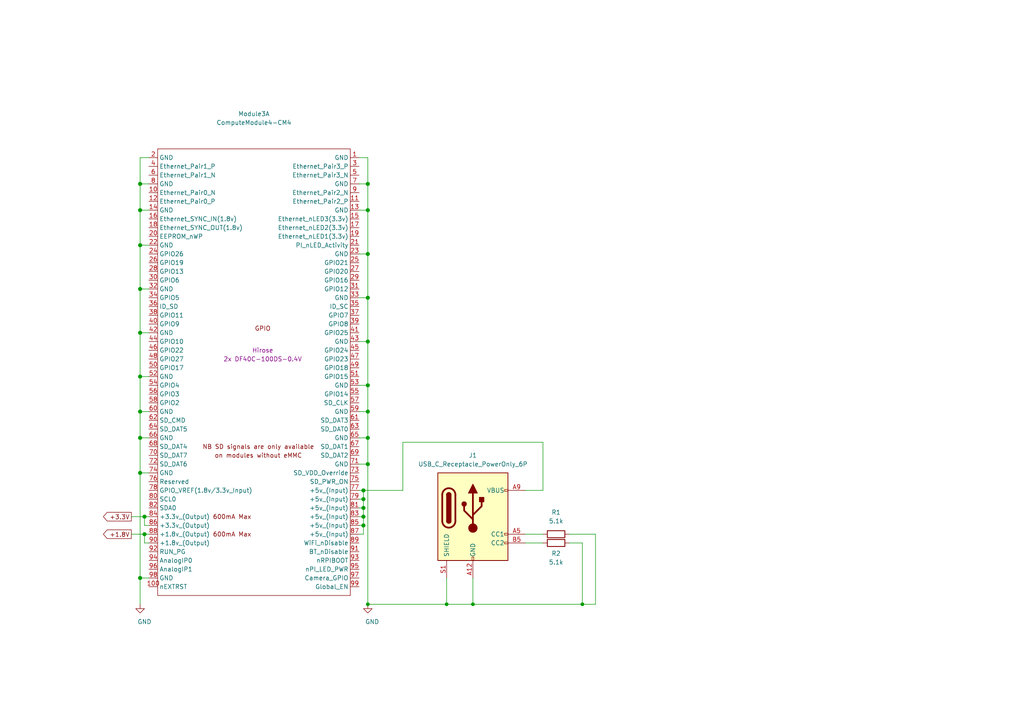
<source format=kicad_sch>
(kicad_sch (version 20250114) (generator "eeschema") (generator_version "9.0")
  (paper "A4")
  (title_block (title "Raspberry Pi Compute Module 4 Carrier Template") (date "2020-10-31") (rev "v01") (comment 2 "creativecommons.org/licenses/by-sa/4.0") (comment 3 "License: CC BY 4.0") (comment 4 "Author: Shawn Hymel"))
  (lib_symbols
    (symbol "CM4IO:ComputeModule4-CM4"
      (property "Reference" "Module" (at 113.03 -68.58 0))
      (property "Value" "ComputeModule4-CM4" (at 140.97 2.54 0))
      (property "Manufacturer" "Hirose" (at 0 0 0))
      (property "MPN" "2x DF40C-100DS-0.4V" (at 0 -2.54 0))
      (property "MPN (Alt)" "2x DF40HC(3.0)-100DS-0.4V" (at 0 0 0))
      (symbol "ComputeModule4-CM4_1_0"
        (text "GPIO" (at 0 6.35 0) (effects (font (size 1.27 1.27))))
      )
      (symbol "ComputeModule4-CM4_1_1"
        (rectangle (start -30.48 -71.12) (end 25.4 58.42))
        (text "600mA Max" (at -8.89 -48.26 0) (effects (font (size 1.27 1.27))))
        (text "600mA Max" (at -8.89 -53.34 0) (effects (font (size 1.27 1.27))))
        (text "NB SD signals are only available" (at -1.27 -27.94 0) (effects (font (size 1.27 1.27))))
        (text "on modules without eMMC" (at -1.27 -30.48 0) (effects (font (size 1.27 1.27))))
        (pin power_in line (at -33.02 55.88 0) (length 2.54) (name "GND") (number "2"))
        (pin passive line (at -33.02 53.34 0) (length 2.54) (name "Ethernet_Pair1_P") (number "4"))
        (pin passive line (at -33.02 50.8 0) (length 2.54) (name "Ethernet_Pair1_N") (number "6"))
        (pin power_in line (at -33.02 48.26 0) (length 2.54) (name "GND") (number "8"))
        (pin passive line (at -33.02 45.72 0) (length 2.54) (name "Ethernet_Pair0_N") (number "10"))
        (pin passive line (at -33.02 43.18 0) (length 2.54) (name "Ethernet_Pair0_P") (number "12"))
        (pin power_in line (at -33.02 40.64 0) (length 2.54) (name "GND") (number "14"))
        (pin input line (at -33.02 38.1 0) (length 2.54) (name "Ethernet_SYNC_IN(1.8v)") (number "16"))
        (pin input line (at -33.02 35.56 0) (length 2.54) (name "Ethernet_SYNC_OUT(1.8v)") (number "18"))
        (pin passive line (at -33.02 33.02 0) (length 2.54) (name "EEPROM_nWP") (number "20"))
        (pin power_in line (at -33.02 30.48 0) (length 2.54) (name "GND") (number "22"))
        (pin passive line (at -33.02 27.94 0) (length 2.54) (name "GPIO26") (number "24"))
        (pin passive line (at -33.02 25.4 0) (length 2.54) (name "GPIO19") (number "26"))
        (pin passive line (at -33.02 22.86 0) (length 2.54) (name "GPIO13") (number "28"))
        (pin passive line (at -33.02 20.32 0) (length 2.54) (name "GPIO6") (number "30"))
        (pin power_in line (at -33.02 17.78 0) (length 2.54) (name "GND") (number "32"))
        (pin passive line (at -33.02 15.24 0) (length 2.54) (name "GPIO5") (number "34"))
        (pin passive line (at -33.02 12.7 0) (length 2.54) (name "ID_SD") (number "36"))
        (pin passive line (at -33.02 10.16 0) (length 2.54) (name "GPIO11") (number "38"))
        (pin passive line (at -33.02 7.62 0) (length 2.54) (name "GPIO9") (number "40"))
        (pin power_in line (at -33.02 5.08 0) (length 2.54) (name "GND") (number "42"))
        (pin passive line (at -33.02 2.54 0) (length 2.54) (name "GPIO10") (number "44"))
        (pin passive line (at -33.02 0 0) (length 2.54) (name "GPIO22") (number "46"))
        (pin passive line (at -33.02 -2.54 0) (length 2.54) (name "GPIO27") (number "48"))
        (pin passive line (at -33.02 -5.08 0) (length 2.54) (name "GPIO17") (number "50"))
        (pin power_in line (at -33.02 -7.62 0) (length 2.54) (name "GND") (number "52"))
        (pin passive line (at -33.02 -10.16 0) (length 2.54) (name "GPIO4") (number "54"))
        (pin passive line (at -33.02 -12.7 0) (length 2.54) (name "GPIO3") (number "56"))
        (pin passive line (at -33.02 -15.24 0) (length 2.54) (name "GPIO2") (number "58"))
        (pin power_in line (at -33.02 -17.78 0) (length 2.54) (name "GND") (number "60"))
        (pin passive line (at -33.02 -20.32 0) (length 2.54) (name "SD_CMD") (number "62"))
        (pin passive line (at -33.02 -22.86 0) (length 2.54) (name "SD_DAT5") (number "64"))
        (pin power_in line (at -33.02 -25.4 0) (length 2.54) (name "GND") (number "66"))
        (pin passive line (at -33.02 -27.94 0) (length 2.54) (name "SD_DAT4") (number "68"))
        (pin passive line (at -33.02 -30.48 0) (length 2.54) (name "SD_DAT7") (number "70"))
        (pin passive line (at -33.02 -33.02 0) (length 2.54) (name "SD_DAT6") (number "72"))
        (pin power_in line (at -33.02 -35.56 0) (length 2.54) (name "GND") (number "74"))
        (pin passive line (at -33.02 -38.1 0) (length 2.54) (name "Reserved") (number "76"))
        (pin power_in line (at -33.02 -40.64 0) (length 2.54) (name "GPIO_VREF(1.8v/3.3v_Input)") (number "78"))
        (pin passive line (at -33.02 -43.18 0) (length 2.54) (name "SCL0") (number "80"))
        (pin passive line (at -33.02 -45.72 0) (length 2.54) (name "SDA0") (number "82"))
        (pin power_out line (at -33.02 -48.26 0) (length 2.54) (name "+3.3v_(Output)") (number "84"))
        (pin power_out line (at -33.02 -50.8 0) (length 2.54) (name "+3.3v_(Output)") (number "86"))
        (pin power_out line (at -33.02 -53.34 0) (length 2.54) (name "+1.8v_(Output)") (number "88"))
        (pin power_out line (at -33.02 -55.88 0) (length 2.54) (name "+1.8v_(Output)") (number "90"))
        (pin passive line (at -33.02 -58.42 0) (length 2.54) (name "RUN_PG") (number "92"))
        (pin passive line (at -33.02 -60.96 0) (length 2.54) (name "AnalogIP0") (number "94"))
        (pin passive line (at -33.02 -63.5 0) (length 2.54) (name "AnalogIP1") (number "96"))
        (pin power_in line (at -33.02 -66.04 0) (length 2.54) (name "GND") (number "98"))
        (pin output line (at -33.02 -68.58 0) (length 2.54) (name "nEXTRST") (number "100"))
        (pin power_in line (at 27.94 55.88 180) (length 2.54) (name "GND") (number "1"))
        (pin passive line (at 27.94 53.34 180) (length 2.54) (name "Ethernet_Pair3_P") (number "3"))
        (pin passive line (at 27.94 50.8 180) (length 2.54) (name "Ethernet_Pair3_N") (number "5"))
        (pin power_in line (at 27.94 48.26 180) (length 2.54) (name "GND") (number "7"))
        (pin passive line (at 27.94 45.72 180) (length 2.54) (name "Ethernet_Pair2_N") (number "9"))
        (pin passive line (at 27.94 43.18 180) (length 2.54) (name "Ethernet_Pair2_P") (number "11"))
        (pin power_in line (at 27.94 40.64 180) (length 2.54) (name "GND") (number "13"))
        (pin output line (at 27.94 38.1 180) (length 2.54) (name "Ethernet_nLED3(3.3v)") (number "15"))
        (pin output line (at 27.94 35.56 180) (length 2.54) (name "Ethernet_nLED2(3.3v)") (number "17"))
        (pin output line (at 27.94 33.02 180) (length 2.54) (name "Ethernet_nLED1(3.3v)") (number "19"))
        (pin open_collector line (at 27.94 30.48 180) (length 2.54) (name "PI_nLED_Activity") (number "21"))
        (pin power_in line (at 27.94 27.94 180) (length 2.54) (name "GND") (number "23"))
        (pin passive line (at 27.94 25.4 180) (length 2.54) (name "GPIO21") (number "25"))
        (pin passive line (at 27.94 22.86 180) (length 2.54) (name "GPIO20") (number "27"))
        (pin passive line (at 27.94 20.32 180) (length 2.54) (name "GPIO16") (number "29"))
        (pin passive line (at 27.94 17.78 180) (length 2.54) (name "GPIO12") (number "31"))
        (pin power_in line (at 27.94 15.24 180) (length 2.54) (name "GND") (number "33"))
        (pin passive line (at 27.94 12.7 180) (length 2.54) (name "ID_SC") (number "35"))
        (pin passive line (at 27.94 10.16 180) (length 2.54) (name "GPIO7") (number "37"))
        (pin passive line (at 27.94 7.62 180) (length 2.54) (name "GPIO8") (number "39"))
        (pin passive line (at 27.94 5.08 180) (length 2.54) (name "GPIO25") (number "41"))
        (pin power_in line (at 27.94 2.54 180) (length 2.54) (name "GND") (number "43"))
        (pin passive line (at 27.94 0 180) (length 2.54) (name "GPIO24") (number "45"))
        (pin passive line (at 27.94 -2.54 180) (length 2.54) (name "GPIO23") (number "47"))
        (pin passive line (at 27.94 -5.08 180) (length 2.54) (name "GPIO18") (number "49"))
        (pin passive line (at 27.94 -7.62 180) (length 2.54) (name "GPIO15") (number "51"))
        (pin power_in line (at 27.94 -10.16 180) (length 2.54) (name "GND") (number "53"))
        (pin passive line (at 27.94 -12.7 180) (length 2.54) (name "GPIO14") (number "55"))
        (pin passive line (at 27.94 -15.24 180) (length 2.54) (name "SD_CLK") (number "57"))
        (pin power_in line (at 27.94 -17.78 180) (length 2.54) (name "GND") (number "59"))
        (pin passive line (at 27.94 -20.32 180) (length 2.54) (name "SD_DAT3") (number "61"))
        (pin passive line (at 27.94 -22.86 180) (length 2.54) (name "SD_DAT0") (number "63"))
        (pin power_in line (at 27.94 -25.4 180) (length 2.54) (name "GND") (number "65"))
        (pin passive line (at 27.94 -27.94 180) (length 2.54) (name "SD_DAT1") (number "67"))
        (pin passive line (at 27.94 -30.48 180) (length 2.54) (name "SD_DAT2") (number "69"))
        (pin power_in line (at 27.94 -33.02 180) (length 2.54) (name "GND") (number "71"))
        (pin input line (at 27.94 -35.56 180) (length 2.54) (name "SD_VDD_Override") (number "73"))
        (pin output line (at 27.94 -38.1 180) (length 2.54) (name "SD_PWR_ON") (number "75"))
        (pin power_in line (at 27.94 -40.64 180) (length 2.54) (name "+5v_(Input)") (number "77"))
        (pin power_in line (at 27.94 -43.18 180) (length 2.54) (name "+5v_(Input)") (number "79"))
        (pin power_in line (at 27.94 -45.72 180) (length 2.54) (name "+5v_(Input)") (number "81"))
        (pin power_in line (at 27.94 -48.26 180) (length 2.54) (name "+5v_(Input)") (number "83"))
        (pin power_in line (at 27.94 -50.8 180) (length 2.54) (name "+5v_(Input)") (number "85"))
        (pin power_in line (at 27.94 -53.34 180) (length 2.54) (name "+5v_(Input)") (number "87"))
        (pin power_in line (at 27.94 -55.88 180) (length 2.54) (name "WiFi_nDisable") (number "89"))
        (pin power_in line (at 27.94 -58.42 180) (length 2.54) (name "BT_nDisable") (number "91"))
        (pin input line (at 27.94 -60.96 180) (length 2.54) (name "nRPIBOOT") (number "93"))
        (pin output line (at 27.94 -63.5 180) (length 2.54) (name "nPI_LED_PWR") (number "95"))
        (pin passive line (at 27.94 -66.04 180) (length 2.54) (name "Camera_GPIO") (number "97"))
        (pin input line (at 27.94 -68.58 180) (length 2.54) (name "Global_EN") (number "99"))
      )
      (symbol "ComputeModule4-CM4_2_1"
        (rectangle (start 114.3 -66.04) (end 165.1 63.5))
        (text "High Speed Serial" (at 140.97 0 0) (effects (font (size 1.27 1.27))))
        (pin input line (at 109.22 60.96 0) (length 5.08) (name "PCIe_CLK_nREQ") (number "102"))
        (pin passive line (at 109.22 58.42 0) (length 5.08) (name "Reserved") (number "104"))
        (pin passive line (at 109.22 55.88 0) (length 5.08) (name "Reserved") (number "106"))
        (pin power_in line (at 109.22 53.34 0) (length 5.08) (name "GND") (number "108"))
        (pin output line (at 109.22 50.8 0) (length 5.08) (name "PCIe_CLK_P") (number "110"))
        (pin output line (at 109.22 48.26 0) (length 5.08) (name "PCIe_CLK_N") (number "112"))
        (pin power_in line (at 109.22 45.72 0) (length 5.08) (name "GND") (number "114"))
        (pin input line (at 109.22 43.18 0) (length 5.08) (name "PCIe_RX_P") (number "116"))
        (pin input line (at 109.22 40.64 0) (length 5.08) (name "PCIe_RX_N") (number "118"))
        (pin power_in line (at 109.22 38.1 0) (length 5.08) (name "GND") (number "120"))
        (pin output line (at 109.22 35.56 0) (length 5.08) (name "PCIe_TX_P") (number "122"))
        (pin output line (at 109.22 33.02 0) (length 5.08) (name "PCIe_TX_N") (number "124"))
        (pin power_in line (at 109.22 30.48 0) (length 5.08) (name "GND") (number "126"))
        (pin input line (at 109.22 27.94 0) (length 5.08) (name "CAM0_D0_N") (number "128"))
        (pin input line (at 109.22 25.4 0) (length 5.08) (name "CAM0_D0_P") (number "130"))
        (pin power_in line (at 109.22 22.86 0) (length 5.08) (name "GND") (number "132"))
        (pin input line (at 109.22 20.32 0) (length 5.08) (name "CAM0_D1_N") (number "134"))
        (pin input line (at 109.22 17.78 0) (length 5.08) (name "CAM0_D1_P") (number "136"))
        (pin power_in line (at 109.22 15.24 0) (length 5.08) (name "GND") (number "138"))
        (pin input line (at 109.22 12.7 0) (length 5.08) (name "CAM0_C_N") (number "140"))
        (pin input line (at 109.22 10.16 0) (length 5.08) (name "CAM0_C_P") (number "142"))
        (pin power_in line (at 109.22 7.62 0) (length 5.08) (name "GND") (number "144"))
        (pin output line (at 109.22 5.08 0) (length 5.08) (name "HDMI1_TX2_P") (number "146"))
        (pin output line (at 109.22 2.54 0) (length 5.08) (name "HDMI1_TX2_N") (number "148"))
        (pin power_in line (at 109.22 0 0) (length 5.08) (name "GND") (number "150"))
        (pin output line (at 109.22 -2.54 0) (length 5.08) (name "HDMI1_TX1_P") (number "152"))
        (pin output line (at 109.22 -5.08 0) (length 5.08) (name "HDMI1_TX1_N") (number "154"))
        (pin power_in line (at 109.22 -7.62 0) (length 5.08) (name "GND") (number "156"))
        (pin output line (at 109.22 -10.16 0) (length 5.08) (name "HDMI1_TX0_P") (number "158"))
        (pin output line (at 109.22 -12.7 0) (length 5.08) (name "HDMI1_TX0_N") (number "160"))
        (pin power_in line (at 109.22 -15.24 0) (length 5.08) (name "GND") (number "162"))
        (pin output line (at 109.22 -17.78 0) (length 5.08) (name "HDMI1_CLK_P") (number "164"))
        (pin output line (at 109.22 -20.32 0) (length 5.08) (name "HDMI1_CLK_N") (number "166"))
        (pin power_in line (at 109.22 -22.86 0) (length 5.08) (name "GND") (number "168"))
        (pin output line (at 109.22 -25.4 0) (length 5.08) (name "HDMI0_TX2_P") (number "170"))
        (pin output line (at 109.22 -27.94 0) (length 5.08) (name "HDMI0_TX2_N") (number "172"))
        (pin power_in line (at 109.22 -30.48 0) (length 5.08) (name "GND") (number "174"))
        (pin output line (at 109.22 -33.02 0) (length 5.08) (name "HDMI0_TX1_P") (number "176"))
        (pin output line (at 109.22 -35.56 0) (length 5.08) (name "HDMI0_TX1_N") (number "178"))
        (pin power_in line (at 109.22 -38.1 0) (length 5.08) (name "GND") (number "180"))
        (pin output line (at 109.22 -40.64 0) (length 5.08) (name "HDMI0_TX0_P") (number "182"))
        (pin output line (at 109.22 -43.18 0) (length 5.08) (name "HDMI0_TX0_N") (number "184"))
        (pin power_in line (at 109.22 -45.72 0) (length 5.08) (name "GND") (number "186"))
        (pin output line (at 109.22 -48.26 0) (length 5.08) (name "HDMI0_CLK_P") (number "188"))
        (pin output line (at 109.22 -50.8 0) (length 5.08) (name "HDMI0_CLK_N") (number "190"))
        (pin power_in line (at 109.22 -53.34 0) (length 5.08) (name "GND") (number "192"))
        (pin output line (at 109.22 -55.88 0) (length 5.08) (name "DSI1_D3_N") (number "194"))
        (pin output line (at 109.22 -58.42 0) (length 5.08) (name "DSI1_D3_P") (number "196"))
        (pin power_in line (at 109.22 -60.96 0) (length 5.08) (name "GND") (number "198"))
        (pin open_collector line (at 109.22 -63.5 0) (length 5.08) (name "HDMI0_SCL") (number "200"))
        (pin input line (at 170.18 60.96 180) (length 5.08) (name "USB_OTG_ID") (number "101"))
        (pin passive line (at 170.18 58.42 180) (length 5.08) (name "USB2_N") (number "103"))
        (pin passive line (at 170.18 55.88 180) (length 5.08) (name "USB2_P") (number "105"))
        (pin power_in line (at 170.18 53.34 180) (length 5.08) (name "GND") (number "107"))
        (pin bidirectional line (at 170.18 50.8 180) (length 5.08) (name "PCIe_nRST") (number "109"))
        (pin passive line (at 170.18 48.26 180) (length 5.08) (name "VDAC_COMP") (number "111"))
        (pin power_in line (at 170.18 45.72 180) (length 5.08) (name "GND") (number "113"))
        (pin input line (at 170.18 43.18 180) (length 5.08) (name "CAM1_D0_N") (number "115"))
        (pin input line (at 170.18 40.64 180) (length 5.08) (name "CAM1_D0_P") (number "117"))
        (pin power_in line (at 170.18 38.1 180) (length 5.08) (name "GND") (number "119"))
        (pin input line (at 170.18 35.56 180) (length 5.08) (name "CAM1_D1_N") (number "121"))
        (pin input line (at 170.18 33.02 180) (length 5.08) (name "CAM1_D1_P") (number "123"))
        (pin power_in line (at 170.18 30.48 180) (length 5.08) (name "GND") (number "125"))
        (pin input line (at 170.18 27.94 180) (length 5.08) (name "CAM1_C_N") (number "127"))
        (pin input line (at 170.18 25.4 180) (length 5.08) (name "CAM1_C_P") (number "129"))
        (pin power_in line (at 170.18 22.86 180) (length 5.08) (name "GND") (number "131"))
        (pin input line (at 170.18 20.32 180) (length 5.08) (name "CAM1_D2_N") (number "133"))
        (pin input line (at 170.18 17.78 180) (length 5.08) (name "CAM1_D2_P") (number "135"))
        (pin power_in line (at 170.18 15.24 180) (length 5.08) (name "GND") (number "137"))
        (pin input line (at 170.18 12.7 180) (length 5.08) (name "CAM1_D3_N") (number "139"))
        (pin input line (at 170.18 10.16 180) (length 5.08) (name "CAM1_D3_P") (number "141"))
        (pin input line (at 170.18 7.62 180) (length 5.08) (name "HDMI1_HOTPLUG") (number "143"))
        (pin bidirectional line (at 170.18 5.08 180) (length 5.08) (name "HDMI1_SDA") (number "145"))
        (pin open_collector line (at 170.18 2.54 180) (length 5.08) (name "HDMI1_SCL") (number "147"))
        (pin open_collector line (at 170.18 0 180) (length 5.08) (name "HDMI1_CEC") (number "149"))
        (pin open_collector line (at 170.18 -2.54 180) (length 5.08) (name "HDMI0_CEC") (number "151"))
        (pin input line (at 170.18 -5.08 180) (length 5.08) (name "HDMI0_HOTPLUG") (number "153"))
        (pin power_in line (at 170.18 -7.62 180) (length 5.08) (name "GND") (number "155"))
        (pin output line (at 170.18 -10.16 180) (length 5.08) (name "DSI0_D0_N") (number "157"))
        (pin output line (at 170.18 -12.7 180) (length 5.08) (name "DSI0_D0_P") (number "159"))
        (pin power_in line (at 170.18 -15.24 180) (length 5.08) (name "GND") (number "161"))
        (pin output line (at 170.18 -17.78 180) (length 5.08) (name "DSI0_D1_N") (number "163"))
        (pin output line (at 170.18 -20.32 180) (length 5.08) (name "DSI0_D1_P") (number "165"))
        (pin power_in line (at 170.18 -22.86 180) (length 5.08) (name "GND") (number "167"))
        (pin output line (at 170.18 -25.4 180) (length 5.08) (name "DSI0_C_N") (number "169"))
        (pin output line (at 170.18 -27.94 180) (length 5.08) (name "DSI0_C_P") (number "171"))
        (pin power_in line (at 170.18 -30.48 180) (length 5.08) (name "GND") (number "173"))
        (pin output line (at 170.18 -33.02 180) (length 5.08) (name "DSI1_D0_N") (number "175"))
        (pin output line (at 170.18 -35.56 180) (length 5.08) (name "DSI1_D0_P") (number "177"))
        (pin power_in line (at 170.18 -38.1 180) (length 5.08) (name "GND") (number "179"))
        (pin output line (at 170.18 -40.64 180) (length 5.08) (name "DSI1_D1_N") (number "181"))
        (pin output line (at 170.18 -43.18 180) (length 5.08) (name "DSI1_D1_P") (number "183"))
        (pin power_in line (at 170.18 -45.72 180) (length 5.08) (name "GND") (number "185"))
        (pin output line (at 170.18 -48.26 180) (length 5.08) (name "DSI1_C_N") (number "187"))
        (pin output line (at 170.18 -50.8 180) (length 5.08) (name "DSI1_C_P") (number "189"))
        (pin power_in line (at 170.18 -53.34 180) (length 5.08) (name "GND") (number "191"))
        (pin output line (at 170.18 -55.88 180) (length 5.08) (name "DSI1_D2_N") (number "193"))
        (pin output line (at 170.18 -58.42 180) (length 5.08) (name "DSI1_D2_P") (number "195"))
        (pin power_in line (at 170.18 -60.96 180) (length 5.08) (name "GND") (number "197"))
        (pin bidirectional line (at 170.18 -63.5 180) (length 5.08) (name "HDMI0_SDA") (number "199"))
      )
    )
    (symbol "Connector:USB_C_Receptacle_PowerOnly_6P" (pin_names (offset 1.016))
      (property "Reference" "J" (at 0 16.51 0))
      (property "Value" "USB_C_Receptacle_PowerOnly_6P" (at 0 13.97 0))
      (symbol "USB_C_Receptacle_PowerOnly_6P_0_0"
        (rectangle (start -0.254 -12.7) (end 0.254 -11.684))
        (rectangle (start 10.16 7.874) (end 9.144 7.366))
        (rectangle (start 10.16 -4.826) (end 9.144 -5.334))
        (rectangle (start 10.16 -7.366) (end 9.144 -7.874))
      )
      (symbol "USB_C_Receptacle_PowerOnly_6P_0_1"
        (rectangle (start -10.16 12.7) (end 10.16 -12.7) (stroke (width 0.254)) (fill (type background)))
        (polyline (pts (xy -8.89 -1.27) (xy -8.89 6.35)) (stroke (width 0.508)))
        (rectangle (start -7.62 -1.27) (end -6.35 6.35) (stroke (width 0.254)) (fill (type outline)))
        (arc (start -7.62 6.35) (mid -6.985 6.9823) (end -6.35 6.35) (stroke (width 0.254)))
        (arc (start -7.62 6.35) (mid -6.985 6.9823) (end -6.35 6.35) (stroke (width 0.254)) (fill (type outline)))
        (arc (start -8.89 6.35) (mid -6.985 8.2467) (end -5.08 6.35) (stroke (width 0.508)))
        (arc (start -5.08 -1.27) (mid -6.985 -3.1667) (end -8.89 -1.27) (stroke (width 0.508)))
        (arc (start -6.35 -1.27) (mid -6.985 -1.9023) (end -7.62 -1.27) (stroke (width 0.254)))
        (arc (start -6.35 -1.27) (mid -6.985 -1.9023) (end -7.62 -1.27) (stroke (width 0.254)) (fill (type outline)))
        (polyline (pts (xy -5.08 6.35) (xy -5.08 -1.27)) (stroke (width 0.508)))
        (circle (center -2.54 3.683) (radius 0.635) (stroke (width 0.254)) (fill (type outline)))
        (polyline (pts (xy -1.27 6.858) (xy 0 9.398) (xy 1.27 6.858) (xy -1.27 6.858)) (stroke (width 0.254)) (fill (type outline)))
        (polyline (pts (xy 0 0.508) (xy 2.54 3.048) (xy 2.54 4.318)) (stroke (width 0.508)))
        (polyline (pts (xy 0 -0.762) (xy -2.54 1.778) (xy -2.54 3.048)) (stroke (width 0.508)))
        (polyline (pts (xy 0 -3.302) (xy 0 6.858)) (stroke (width 0.508)))
        (circle (center 0 -3.302) (radius 1.27) (fill (type outline)))
        (rectangle (start 1.905 4.318) (end 3.175 5.588) (stroke (width 0.254)) (fill (type outline)))
      )
      (symbol "USB_C_Receptacle_PowerOnly_6P_1_1"
        (pin passive line (at -7.62 -17.78 90) (length 5.08) (name "SHIELD") (number "S1"))
        (pin passive line (at 0 -17.78 90) (length 5.08) (name "GND") (number "A12"))
        (pin passive line (at 0 -17.78 90) (length 5.08) (hide yes) (name "GND") (number "B12"))
        (pin passive line (at 15.24 7.62 180) (length 5.08) (name "VBUS") (number "A9"))
        (pin passive line (at 15.24 7.62 180) (length 5.08) (hide yes) (name "VBUS") (number "B9"))
        (pin bidirectional line (at 15.24 -5.08 180) (length 5.08) (name "CC1") (number "A5"))
        (pin bidirectional line (at 15.24 -7.62 180) (length 5.08) (name "CC2") (number "B5"))
      )
    )
    (symbol "Device:R" (pin_numbers (hide yes)) (pin_names (offset 0))
      (property "Reference" "R" (at 2.032 0 90))
      (property "Value" "R" (at 0 0 90))
      (symbol "R_0_1"
        (rectangle (start -1.016 -2.54) (end 1.016 2.54) (stroke (width 0.254)))
      )
      (symbol "R_1_1"
        (pin passive line (at 0 3.81 270) (length 1.27) (name "~") (number "1"))
        (pin passive line (at 0 -3.81 90) (length 1.27) (name "~") (number "2"))
      )
    )
    (symbol "power:GND" (power) (pin_names (offset 0))
      (property "Value" "GND" (at 0 -3.81 0))
      (symbol "GND_0_1"
        (polyline (pts (xy 0 0) (xy 0 -1.27) (xy 1.27 -1.27) (xy 0 -2.54) (xy -1.27 -1.27) (xy 0 -1.27)))
      )
      (symbol "GND_1_1"
        (pin power_in line (at 0 0 270) (length 0) (hide yes) (name "GND") (number "1"))
      )
    )
  )
  (junction (at 106.68 73.66) (diameter 1.016))
  (junction (at 105.41 152.4) (diameter 1.016))
  (junction (at 40.64 71.12) (diameter 1.016))
  (junction (at 105.41 147.32) (diameter 1.016))
  (junction (at 41.91 154.94) (diameter 1.016))
  (junction (at 106.68 86.36) (diameter 1.016))
  (junction (at 106.68 99.06) (diameter 1.016))
  (junction (at 106.68 111.76) (diameter 1.016))
  (junction (at 40.64 83.82) (diameter 1.016))
  (junction (at 40.64 53.34) (diameter 1.016))
  (junction (at 106.68 53.34) (diameter 1.016))
  (junction (at 168.91 175.26))
  (junction (at 40.64 137.16) (diameter 1.016))
  (junction (at 40.64 119.38) (diameter 1.016))
  (junction (at 105.41 142.24) (diameter 1.016))
  (junction (at 106.68 127) (diameter 1.016))
  (junction (at 40.64 127) (diameter 1.016))
  (junction (at 40.64 60.96) (diameter 1.016))
  (junction (at 41.91 149.86) (diameter 1.016))
  (junction (at 40.64 109.22) (diameter 1.016))
  (junction (at 106.68 175.26))
  (junction (at 40.64 96.52) (diameter 1.016))
  (junction (at 105.41 144.78) (diameter 1.016))
  (junction (at 106.68 60.96) (diameter 1.016))
  (junction (at 129.54 175.26))
  (junction (at 106.68 119.38) (diameter 1.016))
  (junction (at 105.41 149.86) (diameter 1.016))
  (junction (at 40.64 167.64) (diameter 1.016))
  (junction (at 106.68 134.62) (diameter 1.016))
  (junction (at 137.16 175.26))
  (wire (pts (xy 105.41 149.86) (xy 105.41 152.4)))
  (wire (pts (xy 104.14 86.36) (xy 106.68 86.36)))
  (wire (pts (xy 106.68 86.36) (xy 106.68 99.06)))
  (wire (pts (xy 41.91 157.48) (xy 41.91 154.94)))
  (wire (pts (xy 104.14 142.24) (xy 105.41 142.24)))
  (wire (pts (xy 106.68 111.76) (xy 106.68 119.38)))
  (wire (pts (xy 104.14 73.66) (xy 106.68 73.66)))
  (wire (pts (xy 105.41 142.24) (xy 105.41 144.78)))
  (wire (pts (xy 41.91 154.94) (xy 43.18 154.94)))
  (wire (pts (xy 43.18 157.48) (xy 41.91 157.48)))
  (wire (pts (xy 104.14 53.34) (xy 106.68 53.34)))
  (wire (pts (xy 40.64 53.34) (xy 40.64 60.96)))
  (wire (pts (xy 104.14 144.78) (xy 105.41 144.78)))
  (wire (pts (xy 38.1 149.86) (xy 41.91 149.86)))
  (wire (pts (xy 43.18 45.72) (xy 40.64 45.72)))
  (wire (pts (xy 40.64 96.52) (xy 40.64 109.22)))
  (wire (pts (xy 157.48 128.27) (xy 157.48 142.24)))
  (wire (pts (xy 116.84 128.27) (xy 157.48 128.27)))
  (wire (pts (xy 43.18 152.4) (xy 41.91 152.4)))
  (wire (pts (xy 40.64 109.22) (xy 43.18 109.22)))
  (wire (pts (xy 104.14 127) (xy 106.68 127)))
  (wire (pts (xy 40.64 119.38) (xy 43.18 119.38)))
  (wire (pts (xy 104.14 149.86) (xy 105.41 149.86)))
  (wire (pts (xy 105.41 144.78) (xy 105.41 147.32)))
  (wire (pts (xy 40.64 167.64) (xy 40.64 175.26)))
  (wire (pts (xy 40.64 127) (xy 40.64 137.16)))
  (wire (pts (xy 105.41 154.94) (xy 105.41 152.4)))
  (wire (pts (xy 40.64 53.34) (xy 43.18 53.34)))
  (wire (pts (xy 104.14 111.76) (xy 106.68 111.76)))
  (wire (pts (xy 106.68 53.34) (xy 106.68 60.96)))
  (wire (pts (xy 40.64 137.16) (xy 40.64 167.64)))
  (wire (pts (xy 165.1 157.48) (xy 168.91 157.48)))
  (wire (pts (xy 106.68 127) (xy 106.68 134.62)))
  (wire (pts (xy 105.41 142.24) (xy 116.84 142.24)))
  (wire (pts (xy 104.14 119.38) (xy 106.68 119.38)))
  (wire (pts (xy 165.1 154.94) (xy 172.72 154.94)))
  (wire (pts (xy 168.91 175.26) (xy 137.16 175.26)))
  (wire (pts (xy 168.91 157.48) (xy 168.91 175.26)))
  (wire (pts (xy 106.68 134.62) (xy 106.68 175.26)))
  (wire (pts (xy 41.91 152.4) (xy 41.91 149.86)))
  (wire (pts (xy 106.68 119.38) (xy 106.68 127)))
  (wire (pts (xy 157.48 142.24) (xy 152.4 142.24)))
  (wire (pts (xy 41.91 149.86) (xy 43.18 149.86)))
  (wire (pts (xy 129.54 167.64) (xy 129.54 175.26)))
  (wire (pts (xy 137.16 167.64) (xy 137.16 175.26)))
  (wire (pts (xy 168.91 175.26) (xy 172.72 175.26)))
  (wire (pts (xy 104.14 45.72) (xy 106.68 45.72)))
  (wire (pts (xy 104.14 152.4) (xy 105.41 152.4)))
  (wire (pts (xy 137.16 175.26) (xy 129.54 175.26)))
  (wire (pts (xy 172.72 154.94) (xy 172.72 175.26)))
  (wire (pts (xy 40.64 60.96) (xy 43.18 60.96)))
  (wire (pts (xy 40.64 45.72) (xy 40.64 53.34)))
  (wire (pts (xy 104.14 60.96) (xy 106.68 60.96)))
  (wire (pts (xy 40.64 83.82) (xy 43.18 83.82)))
  (wire (pts (xy 40.64 60.96) (xy 40.64 71.12)))
  (wire (pts (xy 38.1 154.94) (xy 41.91 154.94)))
  (wire (pts (xy 40.64 71.12) (xy 40.64 83.82)))
  (wire (pts (xy 104.14 154.94) (xy 105.41 154.94)))
  (wire (pts (xy 152.4 157.48) (xy 157.48 157.48)))
  (wire (pts (xy 104.14 147.32) (xy 105.41 147.32)))
  (wire (pts (xy 104.14 134.62) (xy 106.68 134.62)))
  (wire (pts (xy 106.68 99.06) (xy 106.68 111.76)))
  (wire (pts (xy 106.68 45.72) (xy 106.68 53.34)))
  (wire (pts (xy 116.84 142.24) (xy 116.84 128.27)))
  (wire (pts (xy 40.64 83.82) (xy 40.64 96.52)))
  (wire (pts (xy 40.64 109.22) (xy 40.64 119.38)))
  (wire (pts (xy 129.54 175.26) (xy 106.68 175.26)))
  (wire (pts (xy 106.68 73.66) (xy 106.68 86.36)))
  (wire (pts (xy 40.64 71.12) (xy 43.18 71.12)))
  (wire (pts (xy 40.64 119.38) (xy 40.64 127)))
  (wire (pts (xy 40.64 137.16) (xy 43.18 137.16)))
  (wire (pts (xy 106.68 60.96) (xy 106.68 73.66)))
  (wire (pts (xy 40.64 96.52) (xy 43.18 96.52)))
  (wire (pts (xy 40.64 167.64) (xy 43.18 167.64)))
  (wire (pts (xy 152.4 154.94) (xy 157.48 154.94)))
  (wire (pts (xy 40.64 127) (xy 43.18 127)))
  (wire (pts (xy 104.14 99.06) (xy 106.68 99.06)))
  (wire (pts (xy 105.41 147.32) (xy 105.41 149.86)))
  (global_label "+3.3V" (shape output) (at 38.1 149.86 180) (property "Intersheetrefs" "${INTERSHEET_REFS}" (effects (hide yes))))
  (global_label "+1.8V" (shape output) (at 38.1 154.94 180) (property "Intersheetrefs" "${INTERSHEET_REFS}" (effects (hide yes))))
  (symbol (lib_id "power:GND") (at 40.64 175.26 0) (unit 1)
    (property "Reference" "#PWR01" (effects (hide yes)))
    (property "Value" "GND" (at 41.91 180.34 0))
  )
  (symbol (lib_id "power:GND") (at 106.68 175.26 0) (unit 1)
    (property "Reference" "#PWR02" (effects (hide yes)))
    (property "Value" "GND" (at 107.95 180.34 0))
  )
  (symbol (lib_id "CM4IO:ComputeModule4-CM4") (at 76.2 101.6 0) (unit 1)
    (property "Reference" "Module3" (at 73.66 33.02 0))
    (property "Value" "ComputeModule4-CM4" (at 73.66 35.56 0))
    (property "Footprint" "CM4IO:Raspberry-Pi-4-Compute-Module" (effects (hide yes)))
    (property "Manufacturer" "Hirose" (at 76.2 101.6 0))
    (property "MPN" "2x DF40C-100DS-0.4V" (at 76.2 104.14 0))
    (property "Digi-Key_PN" "2x H11615CT-ND" (effects (hide yes)))
    (property "Digi-Key_PN (Alt)" "2x H124602CT-ND" (effects (hide yes)))
  )
  (symbol (lib_id "Device:R") (at 161.29 157.48 270) (unit 1)
    (property "Reference" "R2" (at 161.29 160.528 90))
    (property "Value" "5.1k" (at 161.29 163.068 90))
    (property "Description" "Resistor" (effects (hide yes)))
  )
  (symbol (lib_id "Device:R") (at 161.29 154.94 90) (unit 1)
    (property "Reference" "R1" (at 161.29 148.59 90))
    (property "Value" "5.1k" (at 161.29 151.13 90))
    (property "Description" "Resistor" (effects (hide yes)))
  )
  (symbol (lib_id "Connector:USB_C_Receptacle_PowerOnly_6P") (at 137.16 149.86 0) (unit 1)
    (property "Reference" "J1" (at 137.16 132.08 0))
    (property "Value" "USB_C_Receptacle_PowerOnly_6P" (at 137.16 134.62 0))
    (property "Footprint" "Connector_USB:USB_C_Receptacle_GCT_USB4125-xx-x-0190_6P_TopMnt_Horizontal" (effects (hide yes)))
    (property "Datasheet" "https://www.usb.org/sites/default/files/documents/usb_type-c.zip" (effects (hide yes)))
    (property "Description" "USB Power-Only 6P Type-C Receptacle connector" (effects (hide yes)))
  )
)
</source>
